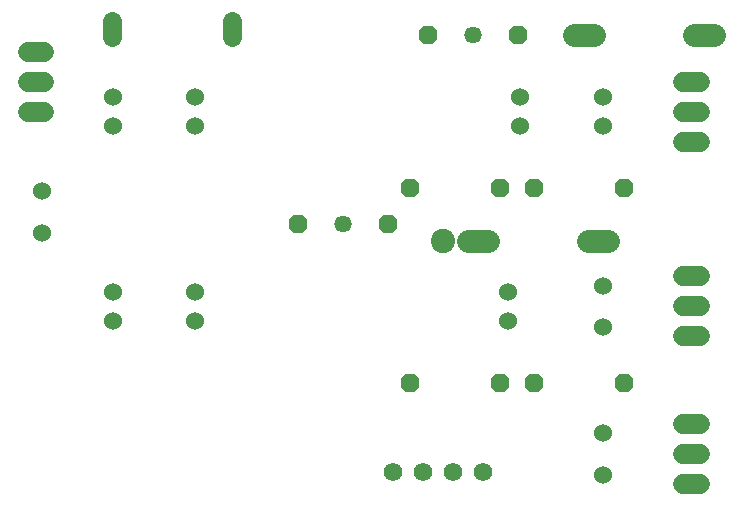
<source format=gbs>
G75*
%MOIN*%
%OFA0B0*%
%FSLAX25Y25*%
%IPPOS*%
%LPD*%
%AMOC8*
5,1,8,0,0,1.08239X$1,22.5*
%
%ADD10OC8,0.06200*%
%ADD11C,0.06000*%
%ADD12C,0.06600*%
%ADD13C,0.06150*%
%ADD14C,0.07600*%
%ADD15C,0.06200*%
%ADD16C,0.05750*%
%ADD17C,0.08087*%
D10*
X0107124Y0101591D03*
X0137124Y0101591D03*
X0144526Y0113402D03*
X0174526Y0113402D03*
X0185864Y0113402D03*
X0215864Y0113402D03*
X0180431Y0164583D03*
X0150431Y0164583D03*
X0144526Y0048441D03*
X0174526Y0048441D03*
X0185864Y0048441D03*
X0215864Y0048441D03*
D11*
X0045353Y0069110D03*
X0045353Y0078953D03*
X0072912Y0078953D03*
X0072912Y0069110D03*
X0021731Y0098638D03*
X0021731Y0112417D03*
X0045353Y0134071D03*
X0045353Y0143913D03*
X0072912Y0143913D03*
X0072912Y0134071D03*
X0177242Y0078953D03*
X0177242Y0069110D03*
X0208738Y0067142D03*
X0208738Y0080921D03*
X0208738Y0031709D03*
X0208738Y0017929D03*
X0208738Y0134071D03*
X0208738Y0143913D03*
X0181179Y0143913D03*
X0181179Y0134071D03*
D12*
X0235466Y0138992D02*
X0241066Y0138992D01*
X0241066Y0128992D02*
X0235466Y0128992D01*
X0235466Y0148992D02*
X0241066Y0148992D01*
X0241066Y0084031D02*
X0235466Y0084031D01*
X0235466Y0074031D02*
X0241066Y0074031D01*
X0241066Y0064031D02*
X0235466Y0064031D01*
X0235466Y0034819D02*
X0241066Y0034819D01*
X0241066Y0024819D02*
X0235466Y0024819D01*
X0235466Y0014819D02*
X0241066Y0014819D01*
X0022562Y0138835D02*
X0016962Y0138835D01*
X0016962Y0148835D02*
X0022562Y0148835D01*
X0022562Y0158835D02*
X0016962Y0158835D01*
D13*
X0138620Y0018913D03*
X0148620Y0018913D03*
X0158620Y0018913D03*
X0168620Y0018913D03*
D14*
X0170385Y0095685D02*
X0163785Y0095685D01*
X0203785Y0095685D02*
X0210385Y0095685D01*
X0205818Y0164583D02*
X0199218Y0164583D01*
X0239218Y0164583D02*
X0245818Y0164583D01*
D15*
X0085038Y0163951D02*
X0085038Y0169151D01*
X0045038Y0169151D02*
X0045038Y0163951D01*
D16*
X0122124Y0101591D03*
X0165431Y0164583D03*
D17*
X0155589Y0095685D03*
M02*

</source>
